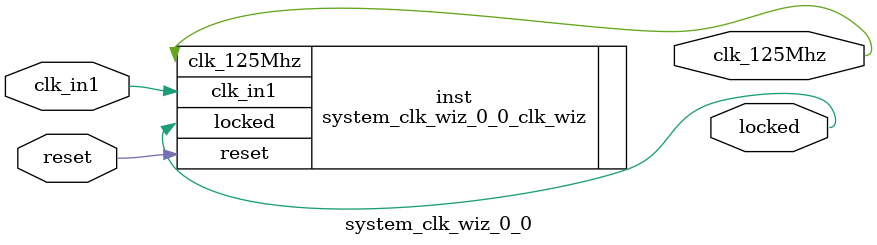
<source format=v>


`timescale 1ps/1ps

(* CORE_GENERATION_INFO = "system_clk_wiz_0_0,clk_wiz_v6_0_3_0_0,{component_name=system_clk_wiz_0_0,use_phase_alignment=true,use_min_o_jitter=false,use_max_i_jitter=false,use_dyn_phase_shift=false,use_inclk_switchover=false,use_dyn_reconfig=false,enable_axi=0,feedback_source=FDBK_AUTO,PRIMITIVE=MMCM,num_out_clk=1,clkin1_period=10.000,clkin2_period=10.000,use_power_down=false,use_reset=true,use_locked=true,use_inclk_stopped=false,feedback_type=SINGLE,CLOCK_MGR_TYPE=NA,manual_override=false}" *)

module system_clk_wiz_0_0 
 (
  // Clock out ports
  output        clk_125Mhz,
  // Status and control signals
  input         reset,
  output        locked,
 // Clock in ports
  input         clk_in1
 );

  system_clk_wiz_0_0_clk_wiz inst
  (
  // Clock out ports  
  .clk_125Mhz(clk_125Mhz),
  // Status and control signals               
  .reset(reset), 
  .locked(locked),
 // Clock in ports
  .clk_in1(clk_in1)
  );

endmodule

</source>
